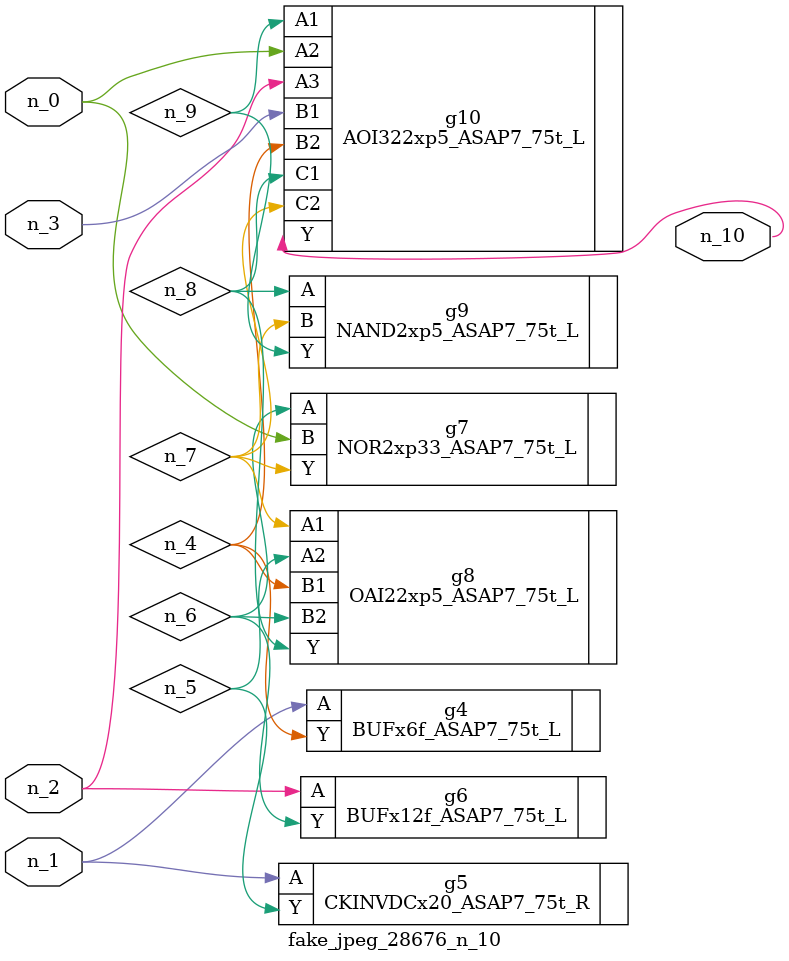
<source format=v>
module fake_jpeg_28676_n_10 (n_0, n_3, n_2, n_1, n_10);

input n_0;
input n_3;
input n_2;
input n_1;

output n_10;

wire n_4;
wire n_8;
wire n_9;
wire n_6;
wire n_5;
wire n_7;

BUFx6f_ASAP7_75t_L g4 ( 
.A(n_1),
.Y(n_4)
);

CKINVDCx20_ASAP7_75t_R g5 ( 
.A(n_1),
.Y(n_5)
);

BUFx12f_ASAP7_75t_L g6 ( 
.A(n_2),
.Y(n_6)
);

NOR2xp33_ASAP7_75t_L g7 ( 
.A(n_6),
.B(n_0),
.Y(n_7)
);

OAI22xp5_ASAP7_75t_L g8 ( 
.A1(n_7),
.A2(n_5),
.B1(n_4),
.B2(n_6),
.Y(n_8)
);

NAND2xp5_ASAP7_75t_L g9 ( 
.A(n_8),
.B(n_7),
.Y(n_9)
);

AOI322xp5_ASAP7_75t_L g10 ( 
.A1(n_9),
.A2(n_0),
.A3(n_2),
.B1(n_3),
.B2(n_4),
.C1(n_8),
.C2(n_7),
.Y(n_10)
);


endmodule
</source>
